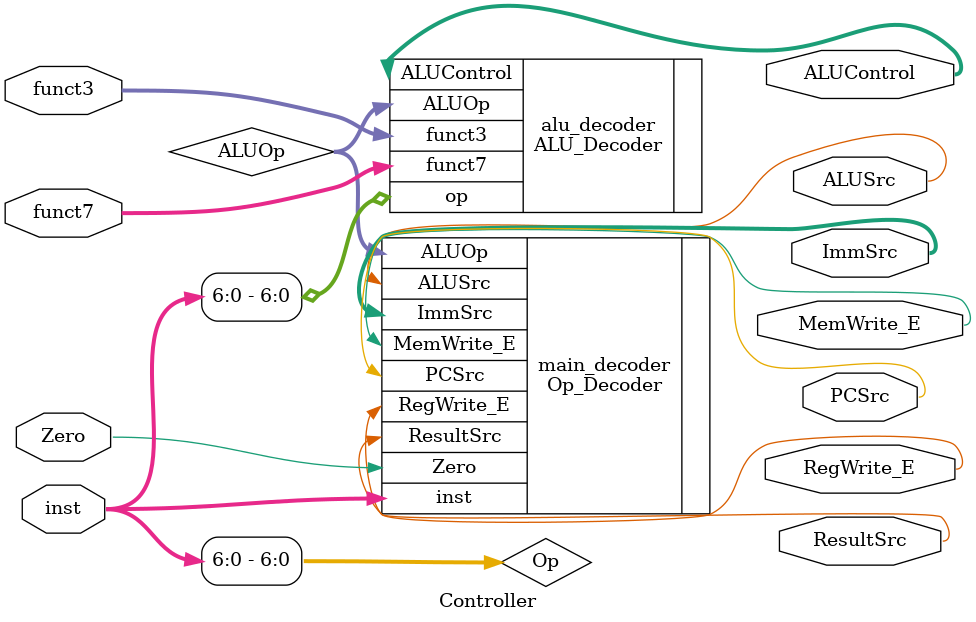
<source format=v>
`include "defines.v"
`include "ALU_Decoder.v"
`include "Op_Decoder.v"

module Controller(Zero,inst, RegWrite_E, ImmSrc, ALUSrc, MemWrite_E, ResultSrc, PCSrc, funct3, funct7, ALUControl);

    // Inputs
input Zero;
    input [31:0] inst;          
    input [2:0] funct3;        
    input [6:0] funct7;        

    // Outputs  
    output RegWrite_E;           
    output ALUSrc;              
    output MemWrite_E;           
    output ResultSrc;          
    output PCSrc;               
    output [2:0] ImmSrc;       
    output [2:0] ALUControl;  

    wire [2:0] ALUOp;           
    wire [6:0] Op = inst[6:0];  


    Op_Decoder main_decoder(
        .Zero(Zero),
        .inst(inst),                    
        .RegWrite_E(RegWrite_E),        
        .ImmSrc(ImmSrc),               
        .ALUSrc(ALUSrc),
        .MemWrite_E(MemWrite_E),      
        .ResultSrc(ResultSrc),
        .PCSrc(PCSrc),
        .ALUOp(ALUOp)
    );

    ALU_Decoder alu_decoder(
        .ALUOp(ALUOp),
        .funct3(funct3),
        .funct7(funct7),
        .op(Op),                      
        .ALUControl(ALUControl)
    );

endmodule
</source>
